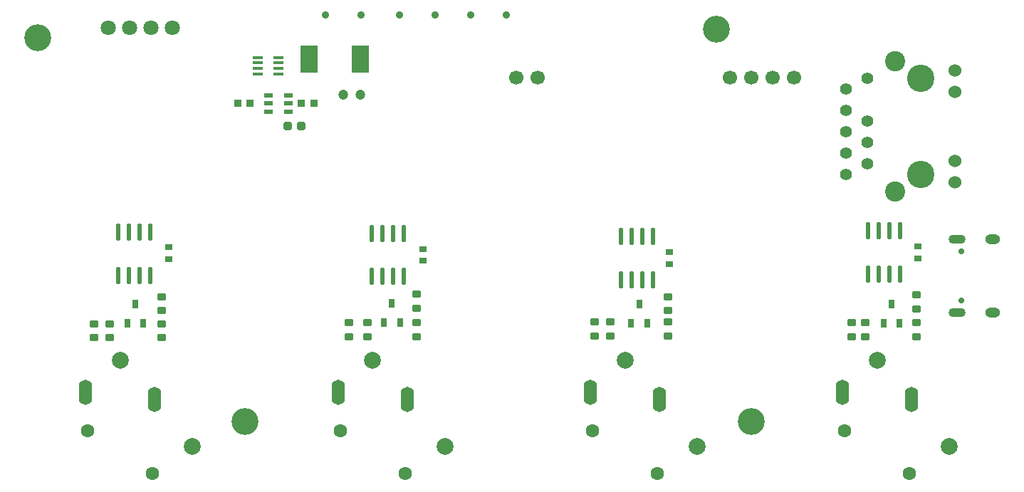
<source format=gbr>
%TF.GenerationSoftware,KiCad,Pcbnew,9.0.6*%
%TF.CreationDate,2026-01-03T23:52:13+01:00*%
%TF.ProjectId,Artnet-Node,4172746e-6574-42d4-9e6f-64652e6b6963,rev?*%
%TF.SameCoordinates,Original*%
%TF.FileFunction,Soldermask,Bot*%
%TF.FilePolarity,Negative*%
%FSLAX46Y46*%
G04 Gerber Fmt 4.6, Leading zero omitted, Abs format (unit mm)*
G04 Created by KiCad (PCBNEW 9.0.6) date 2026-01-03 23:52:13*
%MOMM*%
%LPD*%
G01*
G04 APERTURE LIST*
G04 Aperture macros list*
%AMRoundRect*
0 Rectangle with rounded corners*
0 $1 Rounding radius*
0 $2 $3 $4 $5 $6 $7 $8 $9 X,Y pos of 4 corners*
0 Add a 4 corners polygon primitive as box body*
4,1,4,$2,$3,$4,$5,$6,$7,$8,$9,$2,$3,0*
0 Add four circle primitives for the rounded corners*
1,1,$1+$1,$2,$3*
1,1,$1+$1,$4,$5*
1,1,$1+$1,$6,$7*
1,1,$1+$1,$8,$9*
0 Add four rect primitives between the rounded corners*
20,1,$1+$1,$2,$3,$4,$5,0*
20,1,$1+$1,$4,$5,$6,$7,0*
20,1,$1+$1,$6,$7,$8,$9,0*
20,1,$1+$1,$8,$9,$2,$3,0*%
G04 Aperture macros list end*
%ADD10C,2.000000*%
%ADD11O,1.600000X3.000000*%
%ADD12C,1.600000*%
%ADD13C,3.200000*%
%ADD14C,0.900000*%
%ADD15C,2.400000*%
%ADD16C,1.530000*%
%ADD17C,1.410000*%
%ADD18C,3.250000*%
%ADD19O,1.800000X1.200000*%
%ADD20O,2.000000X1.100000*%
%ADD21C,0.700000*%
%ADD22C,1.700000*%
%ADD23C,1.800000*%
%ADD24C,1.200000*%
%ADD25RoundRect,0.219000X-0.294000X0.219000X-0.294000X-0.219000X0.294000X-0.219000X0.294000X0.219000X0*%
%ADD26R,1.070000X0.530000*%
%ADD27R,0.900000X0.800000*%
%ADD28R,0.800000X1.000000*%
%ADD29RoundRect,0.244000X0.244000X0.269000X-0.244000X0.269000X-0.244000X-0.269000X0.244000X-0.269000X0*%
%ADD30R,2.000000X3.300000*%
%ADD31R,0.810000X0.860000*%
%ADD32O,0.590000X2.050000*%
%ADD33RoundRect,0.219000X0.294000X-0.219000X0.294000X0.219000X-0.294000X0.219000X-0.294000X-0.219000X0*%
%ADD34O,1.250000X0.360000*%
G04 APERTURE END LIST*
D10*
%TO.C,J5*%
X120100000Y-138950000D03*
X111500000Y-128750000D03*
D11*
X115600000Y-133350000D03*
X107400000Y-132550000D03*
D12*
X115350000Y-142200000D03*
X107650000Y-137100000D03*
%TD*%
D10*
%TO.C,J4*%
X150100000Y-138950000D03*
X141500000Y-128750000D03*
D11*
X145600000Y-133350000D03*
X137400000Y-132550000D03*
D12*
X145350000Y-142200000D03*
X137650000Y-137100000D03*
%TD*%
D10*
%TO.C,J3*%
X180100000Y-138950000D03*
X171500000Y-128750000D03*
D11*
X175600000Y-133350000D03*
X167400000Y-132550000D03*
D12*
X175350000Y-142200000D03*
X167650000Y-137100000D03*
%TD*%
D10*
%TO.C,J1*%
X210100000Y-138950000D03*
X201500000Y-128750000D03*
D11*
X205600000Y-133350000D03*
X197400000Y-132550000D03*
D12*
X205350000Y-142200000D03*
X197650000Y-137100000D03*
%TD*%
D13*
%TO.C,H1*%
X182400000Y-89400000D03*
%TD*%
%TO.C,H2*%
X186500000Y-136000000D03*
%TD*%
%TO.C,H3*%
X126300000Y-136000000D03*
%TD*%
%TO.C,H4*%
X101700000Y-90400000D03*
%TD*%
D14*
%TO.C,SW1*%
X153180000Y-87680000D03*
X157430000Y-87680000D03*
%TD*%
%TO.C,SW2*%
X135880000Y-87680000D03*
X140130000Y-87680000D03*
%TD*%
%TO.C,SW3*%
X144680000Y-87680000D03*
X148930000Y-87680000D03*
%TD*%
D15*
%TO.C,U2*%
X203620000Y-93160000D03*
X203620000Y-108640000D03*
D16*
X210720000Y-94270000D03*
X210720000Y-96810000D03*
X210720000Y-104990000D03*
X210720000Y-107530000D03*
D17*
X200320000Y-95180000D03*
X197780000Y-96450000D03*
X197780000Y-98990000D03*
X200320000Y-100260000D03*
X197780000Y-101530000D03*
X200320000Y-102800000D03*
X197780000Y-104070000D03*
X200320000Y-105340000D03*
X197780000Y-106610000D03*
D18*
X206670000Y-95180000D03*
X206670000Y-106610000D03*
%TD*%
D19*
%TO.C,USB1*%
X215197500Y-114380000D03*
D20*
X210987500Y-114380000D03*
D19*
X215197500Y-123020000D03*
D20*
X210987500Y-123020000D03*
D21*
X211517500Y-115810000D03*
X211517500Y-121590000D03*
%TD*%
D22*
%TO.C,U3*%
X191580000Y-95100000D03*
X189040000Y-95100000D03*
X186500000Y-95100000D03*
X183960000Y-95100000D03*
X161160000Y-95100000D03*
X158620000Y-95100000D03*
%TD*%
D23*
%TO.C,U13*%
X110090000Y-89200000D03*
X112630000Y-89200000D03*
X115170000Y-89200000D03*
X117710000Y-89200000D03*
%TD*%
D24*
%TO.C,U6*%
X140000000Y-97150000D03*
X138000000Y-97150000D03*
%TD*%
D25*
%TO.C,R27*%
X116400000Y-121180000D03*
X116400000Y-122820000D03*
%TD*%
%TO.C,R35*%
X206200000Y-120980000D03*
X206200000Y-122620000D03*
%TD*%
D26*
%TO.C,U5*%
X129150000Y-99150000D03*
X129150000Y-98200000D03*
X129150000Y-97250000D03*
X131450000Y-97250000D03*
X131450000Y-98200000D03*
X131450000Y-99150000D03*
%TD*%
D25*
%TO.C,R33*%
X146700000Y-124280000D03*
X146700000Y-125920000D03*
%TD*%
%TO.C,R36*%
X200100000Y-124280000D03*
X200100000Y-125920000D03*
%TD*%
D27*
%TO.C,C26*%
X206300000Y-116600000D03*
X206300000Y-115200000D03*
%TD*%
D25*
%TO.C,R39*%
X176600000Y-121180000D03*
X176600000Y-122820000D03*
%TD*%
%TO.C,R25*%
X116400000Y-124380000D03*
X116400000Y-126020000D03*
%TD*%
D28*
%TO.C,D7*%
X174150000Y-124350000D03*
X172250000Y-124350000D03*
X173200000Y-122050000D03*
%TD*%
D25*
%TO.C,R32*%
X140900000Y-124280000D03*
X140900000Y-125920000D03*
%TD*%
D27*
%TO.C,C25*%
X176800000Y-117300000D03*
X176800000Y-115900000D03*
%TD*%
D29*
%TO.C,C20*%
X132980000Y-100900000D03*
X131420000Y-100900000D03*
%TD*%
D27*
%TO.C,C27*%
X117300000Y-116700000D03*
X117300000Y-115300000D03*
%TD*%
D30*
%TO.C,R26*%
X140070000Y-92900000D03*
X133930000Y-92900000D03*
%TD*%
D31*
%TO.C,R23*%
X133050000Y-98200000D03*
X134550000Y-98200000D03*
%TD*%
D28*
%TO.C,D5*%
X144750000Y-124250000D03*
X142850000Y-124250000D03*
X143800000Y-121950000D03*
%TD*%
D32*
%TO.C,U8*%
X111262500Y-113530000D03*
X112542500Y-113530000D03*
X113802500Y-113530000D03*
X115072500Y-113530000D03*
X115072500Y-118670000D03*
X113802500Y-118670000D03*
X112542500Y-118670000D03*
X111262500Y-118670000D03*
%TD*%
D33*
%TO.C,R30*%
X138700000Y-125920000D03*
X138700000Y-124280000D03*
%TD*%
D28*
%TO.C,D4*%
X114250000Y-124350000D03*
X112350000Y-124350000D03*
X113300000Y-122050000D03*
%TD*%
D31*
%TO.C,R22*%
X125450000Y-98200000D03*
X126950000Y-98200000D03*
%TD*%
D32*
%TO.C,U12*%
X170990000Y-114030000D03*
X172270000Y-114030000D03*
X173530000Y-114030000D03*
X174800000Y-114030000D03*
X174800000Y-119170000D03*
X173530000Y-119170000D03*
X172270000Y-119170000D03*
X170990000Y-119170000D03*
%TD*%
D25*
%TO.C,R37*%
X206200000Y-124280000D03*
X206200000Y-125920000D03*
%TD*%
D34*
%TO.C,U9*%
X130330000Y-92720000D03*
X130330000Y-93370000D03*
X130330000Y-94020000D03*
X130330000Y-94680000D03*
X127870000Y-94680000D03*
X127870000Y-94020000D03*
X127870000Y-93370000D03*
X127870000Y-92720000D03*
%TD*%
D33*
%TO.C,R34*%
X198500000Y-125920000D03*
X198500000Y-124280000D03*
%TD*%
D25*
%TO.C,R29*%
X110200000Y-124380000D03*
X110200000Y-126020000D03*
%TD*%
D28*
%TO.C,D6*%
X204150000Y-124350000D03*
X202250000Y-124350000D03*
X203200000Y-122050000D03*
%TD*%
D32*
%TO.C,U11*%
X200390000Y-113330000D03*
X201670000Y-113330000D03*
X202930000Y-113330000D03*
X204200000Y-113330000D03*
X204200000Y-118470000D03*
X202930000Y-118470000D03*
X201670000Y-118470000D03*
X200390000Y-118470000D03*
%TD*%
D25*
%TO.C,R31*%
X146700000Y-120880000D03*
X146700000Y-122520000D03*
%TD*%
%TO.C,R41*%
X176600000Y-124180000D03*
X176600000Y-125820000D03*
%TD*%
D27*
%TO.C,C24*%
X147500000Y-116900000D03*
X147500000Y-115500000D03*
%TD*%
D33*
%TO.C,R28*%
X108400000Y-126020000D03*
X108400000Y-124380000D03*
%TD*%
%TO.C,R38*%
X167900000Y-125820000D03*
X167900000Y-124180000D03*
%TD*%
D32*
%TO.C,U10*%
X141390000Y-113630000D03*
X142670000Y-113630000D03*
X143930000Y-113630000D03*
X145200000Y-113630000D03*
X145200000Y-118770000D03*
X143930000Y-118770000D03*
X142670000Y-118770000D03*
X141390000Y-118770000D03*
%TD*%
D25*
%TO.C,R40*%
X169800000Y-124180000D03*
X169800000Y-125820000D03*
%TD*%
M02*

</source>
